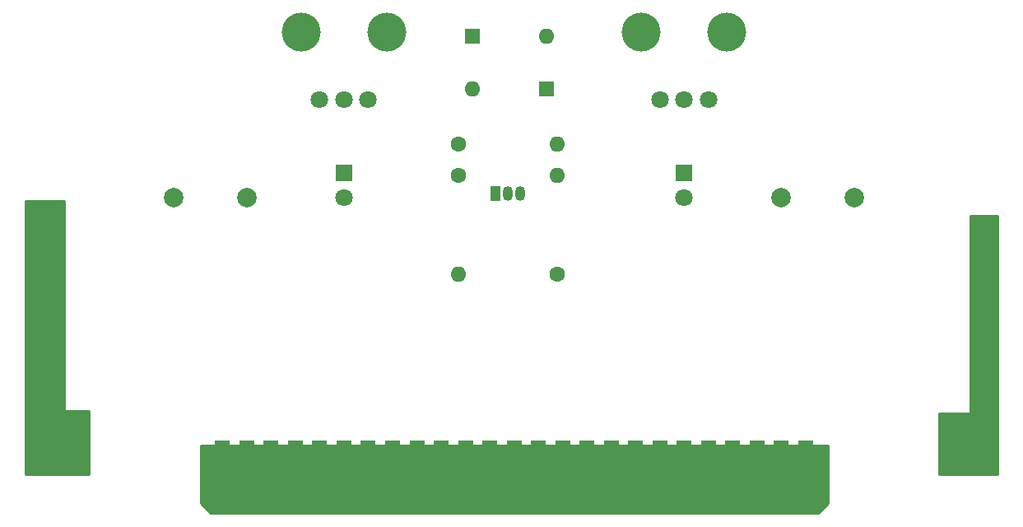
<source format=gbr>
G04 #@! TF.GenerationSoftware,KiCad,Pcbnew,(5.1.7)-1*
G04 #@! TF.CreationDate,2021-02-06T10:52:36-06:00*
G04 #@! TF.ProjectId,ConsolePedalDistortion,436f6e73-6f6c-4655-9065-64616c446973,rev?*
G04 #@! TF.SameCoordinates,Original*
G04 #@! TF.FileFunction,Soldermask,Bot*
G04 #@! TF.FilePolarity,Negative*
%FSLAX46Y46*%
G04 Gerber Fmt 4.6, Leading zero omitted, Abs format (unit mm)*
G04 Created by KiCad (PCBNEW (5.1.7)-1) date 2021-02-06 10:52:36*
%MOMM*%
%LPD*%
G01*
G04 APERTURE LIST*
%ADD10C,1.600000*%
%ADD11O,1.600000X1.600000*%
%ADD12R,1.800000X1.800000*%
%ADD13C,1.800000*%
%ADD14R,1.500000X7.000000*%
%ADD15C,4.000000*%
%ADD16C,5.000000*%
%ADD17C,2.000000*%
%ADD18R,1.600000X1.600000*%
%ADD19O,1.050000X1.500000*%
%ADD20R,1.050000X1.500000*%
%ADD21C,0.254000*%
%ADD22C,0.100000*%
G04 APERTURE END LIST*
D10*
G04 #@! TO.C,R3*
X127000000Y-92075000D03*
D11*
X137160000Y-92075000D03*
G04 #@! TD*
D12*
G04 #@! TO.C,D1*
X115250000Y-95000000D03*
D13*
X115250000Y-97540000D03*
G04 #@! TD*
G04 #@! TO.C,D2*
X150250000Y-97540000D03*
D12*
X150250000Y-95000000D03*
G04 #@! TD*
D14*
G04 #@! TO.C,J1*
X102750000Y-126000000D03*
X105250000Y-126000000D03*
X107750000Y-126000000D03*
X110250000Y-126000000D03*
X112750000Y-126000000D03*
X115250000Y-126000000D03*
X117750000Y-126000000D03*
X120250000Y-126000000D03*
X122750000Y-126000000D03*
X125250000Y-126000000D03*
X127750000Y-126000000D03*
X130250000Y-126000000D03*
X132750000Y-126000000D03*
X135250000Y-126000000D03*
X137750000Y-126000000D03*
X140250000Y-126000000D03*
X142750000Y-126000000D03*
X145250000Y-126000000D03*
X147750000Y-126000000D03*
X150250000Y-126000000D03*
X152750000Y-126000000D03*
X155250000Y-126000000D03*
X157750000Y-126000000D03*
X160250000Y-126000000D03*
X162750000Y-126000000D03*
G04 #@! TD*
D15*
G04 #@! TO.C,RV1*
X154650000Y-80500000D03*
X145850000Y-80500000D03*
D13*
X152750000Y-87500000D03*
X150250000Y-87500000D03*
X147750000Y-87500000D03*
G04 #@! TD*
G04 #@! TO.C,RV2*
X112750000Y-87500000D03*
X115250000Y-87500000D03*
X117750000Y-87500000D03*
D15*
X110850000Y-80500000D03*
X119650000Y-80500000D03*
G04 #@! TD*
D16*
G04 #@! TO.C,H1*
X85350000Y-122600000D03*
G04 #@! TD*
G04 #@! TO.C,H2*
X180150000Y-122600000D03*
G04 #@! TD*
D17*
G04 #@! TO.C,C1*
X105250000Y-97540000D03*
X97750000Y-97540000D03*
G04 #@! TD*
G04 #@! TO.C,C2*
X167750000Y-97540000D03*
X160250000Y-97540000D03*
G04 #@! TD*
D18*
G04 #@! TO.C,D3*
X128460500Y-80962500D03*
D11*
X136080500Y-80962500D03*
G04 #@! TD*
G04 #@! TO.C,D4*
X128460500Y-86360000D03*
D18*
X136080500Y-86360000D03*
G04 #@! TD*
D19*
G04 #@! TO.C,Q1*
X132080000Y-97155000D03*
X133350000Y-97155000D03*
D20*
X130810000Y-97155000D03*
G04 #@! TD*
D10*
G04 #@! TO.C,R1*
X127000000Y-95250000D03*
D11*
X127000000Y-105410000D03*
G04 #@! TD*
G04 #@! TO.C,R2*
X137160000Y-95250000D03*
D10*
X137160000Y-105410000D03*
G04 #@! TD*
D21*
X165000000Y-129000000D02*
X164000000Y-130000000D01*
X101500000Y-130000000D01*
X100500000Y-129000000D01*
X100500000Y-123063000D01*
X165000000Y-123063000D01*
X165000000Y-129000000D01*
D22*
G36*
X165000000Y-129000000D02*
G01*
X164000000Y-130000000D01*
X101500000Y-130000000D01*
X100500000Y-129000000D01*
X100500000Y-123063000D01*
X165000000Y-123063000D01*
X165000000Y-129000000D01*
G37*
D21*
X86487000Y-119380000D02*
X86489440Y-119404776D01*
X86496667Y-119428601D01*
X86508403Y-119450557D01*
X86524197Y-119469803D01*
X86543443Y-119485597D01*
X86565399Y-119497333D01*
X86589224Y-119504560D01*
X86614000Y-119507000D01*
X89000000Y-119507000D01*
X89000000Y-126000000D01*
X82500000Y-126000000D01*
X82500000Y-97917000D01*
X86487000Y-97917000D01*
X86487000Y-119380000D01*
D22*
G36*
X86487000Y-119380000D02*
G01*
X86489440Y-119404776D01*
X86496667Y-119428601D01*
X86508403Y-119450557D01*
X86524197Y-119469803D01*
X86543443Y-119485597D01*
X86565399Y-119497333D01*
X86589224Y-119504560D01*
X86614000Y-119507000D01*
X89000000Y-119507000D01*
X89000000Y-126000000D01*
X82500000Y-126000000D01*
X82500000Y-97917000D01*
X86487000Y-97917000D01*
X86487000Y-119380000D01*
G37*
D21*
X182499000Y-126000000D02*
X176500000Y-126000000D01*
X176500000Y-119761000D01*
X179578000Y-119761000D01*
X179602776Y-119758560D01*
X179626601Y-119751333D01*
X179648557Y-119739597D01*
X179667803Y-119723803D01*
X179683597Y-119704557D01*
X179695333Y-119682601D01*
X179702560Y-119658776D01*
X179705000Y-119634000D01*
X179705000Y-99441000D01*
X182499000Y-99441000D01*
X182499000Y-126000000D01*
D22*
G36*
X182499000Y-126000000D02*
G01*
X176500000Y-126000000D01*
X176500000Y-119761000D01*
X179578000Y-119761000D01*
X179602776Y-119758560D01*
X179626601Y-119751333D01*
X179648557Y-119739597D01*
X179667803Y-119723803D01*
X179683597Y-119704557D01*
X179695333Y-119682601D01*
X179702560Y-119658776D01*
X179705000Y-119634000D01*
X179705000Y-99441000D01*
X182499000Y-99441000D01*
X182499000Y-126000000D01*
G37*
M02*

</source>
